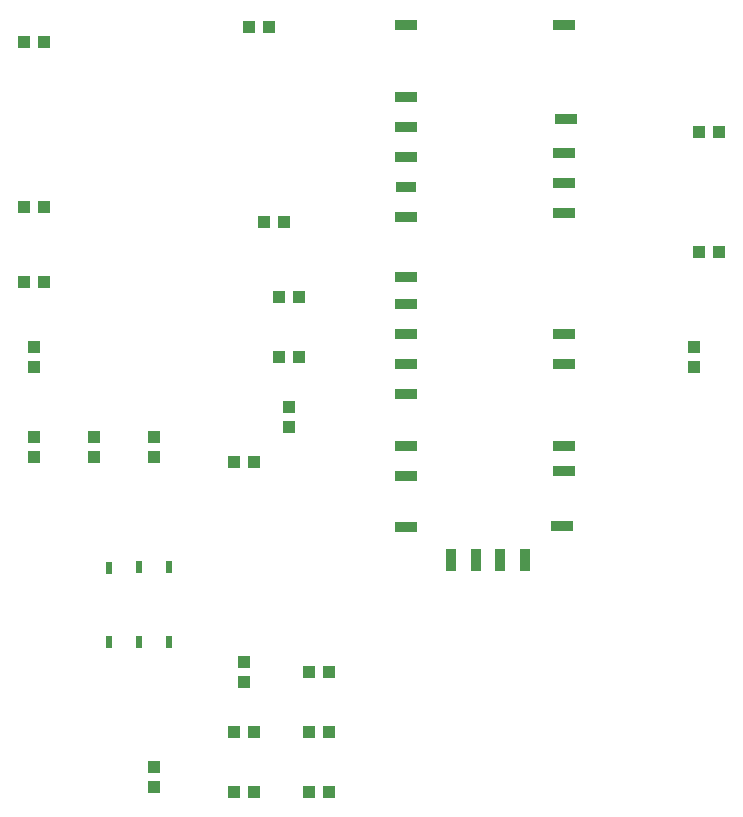
<source format=gtp>
G75*
%MOIN*%
%OFA0B0*%
%FSLAX25Y25*%
%IPPOS*%
%LPD*%
%AMOC8*
5,1,8,0,0,1.08239X$1,22.5*
%
%ADD10R,0.04331X0.03937*%
%ADD11R,0.03937X0.04331*%
%ADD12R,0.07600X0.03800*%
%ADD13R,0.06600X0.03200*%
%ADD14R,0.03800X0.07600*%
%ADD15R,0.02000X0.04000*%
D10*
X0113854Y0032200D03*
X0120546Y0032200D03*
X0138854Y0032200D03*
X0145546Y0032200D03*
X0145546Y0052200D03*
X0138854Y0052200D03*
X0120546Y0052200D03*
X0113854Y0052200D03*
X0138854Y0072200D03*
X0145546Y0072200D03*
X0120546Y0142200D03*
X0113854Y0142200D03*
X0128854Y0177200D03*
X0135546Y0177200D03*
X0135546Y0197200D03*
X0128854Y0197200D03*
X0130546Y0222200D03*
X0123854Y0222200D03*
X0125546Y0287200D03*
X0118854Y0287200D03*
X0050546Y0282200D03*
X0043854Y0282200D03*
X0043854Y0227200D03*
X0050546Y0227200D03*
X0050546Y0202200D03*
X0043854Y0202200D03*
X0268854Y0212200D03*
X0275546Y0212200D03*
X0275546Y0252200D03*
X0268854Y0252200D03*
D11*
X0087200Y0033854D03*
X0087200Y0040546D03*
X0117200Y0068854D03*
X0117200Y0075546D03*
X0087200Y0143854D03*
X0087200Y0150546D03*
X0067200Y0150546D03*
X0067200Y0143854D03*
X0047200Y0143854D03*
X0047200Y0150546D03*
X0047200Y0173854D03*
X0047200Y0180546D03*
X0132200Y0160546D03*
X0132200Y0153854D03*
X0267200Y0173854D03*
X0267200Y0180546D03*
D12*
X0223893Y0184641D03*
X0223893Y0174641D03*
X0223893Y0147515D03*
X0223893Y0139011D03*
X0223263Y0120704D03*
X0171137Y0120389D03*
X0171137Y0137515D03*
X0171137Y0147515D03*
X0171137Y0164641D03*
X0171137Y0174641D03*
X0171137Y0184641D03*
X0171137Y0194641D03*
X0171137Y0203578D03*
X0171137Y0223893D03*
X0171137Y0243893D03*
X0171137Y0253893D03*
X0171137Y0263893D03*
X0171137Y0287830D03*
X0223893Y0287830D03*
X0224523Y0256294D03*
X0223893Y0244956D03*
X0223893Y0234956D03*
X0223893Y0224956D03*
D13*
X0171137Y0233893D03*
D14*
X0186137Y0109326D03*
X0194326Y0109326D03*
X0202515Y0109326D03*
X0210704Y0109326D03*
D15*
X0092200Y0107200D03*
X0082200Y0107200D03*
X0072200Y0106806D03*
X0072200Y0082200D03*
X0082200Y0082200D03*
X0092200Y0082200D03*
M02*

</source>
